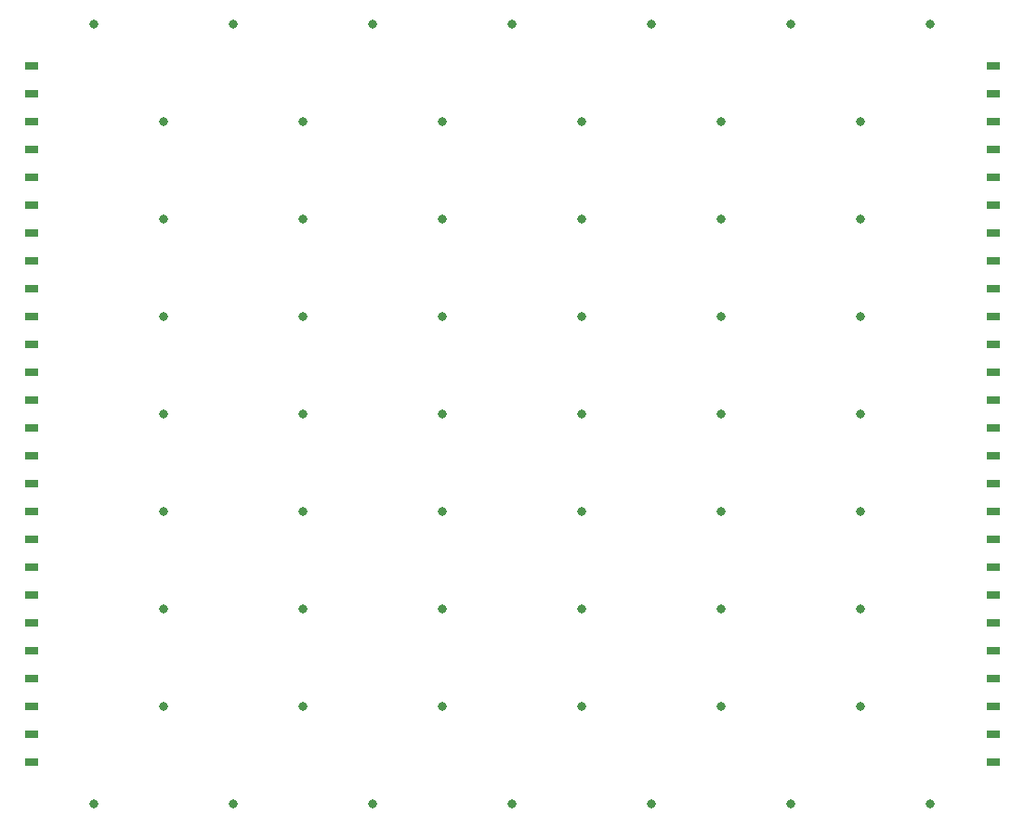
<source format=gtl>
G75*
%MOIN*%
%OFA0B0*%
%FSLAX25Y25*%
%IPPOS*%
%LPD*%
%AMOC8*
5,1,8,0,0,1.08239X$1,22.5*
%
%ADD10R,0.05000X0.02500*%
%ADD11C,0.03181*%
D10*
X0032500Y0030000D03*
X0032500Y0040000D03*
X0032500Y0050000D03*
X0032500Y0060000D03*
X0032500Y0070000D03*
X0032500Y0080000D03*
X0032500Y0090000D03*
X0032500Y0100000D03*
X0032500Y0110000D03*
X0032500Y0120000D03*
X0032500Y0130000D03*
X0032500Y0140000D03*
X0032500Y0150000D03*
X0032500Y0160000D03*
X0032500Y0170000D03*
X0032500Y0180000D03*
X0032500Y0190000D03*
X0032500Y0200000D03*
X0032500Y0210000D03*
X0032500Y0220000D03*
X0032500Y0230000D03*
X0032500Y0240000D03*
X0032500Y0250000D03*
X0032500Y0260000D03*
X0032500Y0270000D03*
X0032500Y0280000D03*
X0377500Y0280000D03*
X0377500Y0270000D03*
X0377500Y0260000D03*
X0377500Y0250000D03*
X0377500Y0240000D03*
X0377500Y0230000D03*
X0377500Y0220000D03*
X0377500Y0210000D03*
X0377500Y0200000D03*
X0377500Y0190000D03*
X0377500Y0180000D03*
X0377500Y0170000D03*
X0377500Y0160000D03*
X0377500Y0150000D03*
X0377500Y0140000D03*
X0377500Y0130000D03*
X0377500Y0120000D03*
X0377500Y0110000D03*
X0377500Y0100000D03*
X0377500Y0090000D03*
X0377500Y0080000D03*
X0377500Y0070000D03*
X0377500Y0060000D03*
X0377500Y0050000D03*
X0377500Y0040000D03*
X0377500Y0030000D03*
D11*
X0355000Y0015000D03*
X0330000Y0050000D03*
X0330000Y0085000D03*
X0330000Y0120000D03*
X0330000Y0155000D03*
X0330000Y0190000D03*
X0330000Y0225000D03*
X0330000Y0260000D03*
X0305000Y0295000D03*
X0280000Y0260000D03*
X0280000Y0225000D03*
X0280000Y0190000D03*
X0280000Y0155000D03*
X0280000Y0120000D03*
X0280000Y0085000D03*
X0280000Y0050000D03*
X0255000Y0015000D03*
X0230000Y0050000D03*
X0230000Y0085000D03*
X0230000Y0120000D03*
X0230000Y0155000D03*
X0230000Y0190000D03*
X0230000Y0225000D03*
X0230000Y0260000D03*
X0205000Y0295000D03*
X0180000Y0260000D03*
X0180000Y0225000D03*
X0180000Y0190000D03*
X0180000Y0155000D03*
X0180000Y0120000D03*
X0180000Y0085000D03*
X0180000Y0050000D03*
X0155000Y0015000D03*
X0130000Y0050000D03*
X0130000Y0085000D03*
X0130000Y0120000D03*
X0130000Y0155000D03*
X0130000Y0190000D03*
X0130000Y0225000D03*
X0130000Y0260000D03*
X0105000Y0295000D03*
X0080000Y0260000D03*
X0080000Y0225000D03*
X0080000Y0190000D03*
X0080000Y0155000D03*
X0080000Y0120000D03*
X0080000Y0085000D03*
X0080000Y0050000D03*
X0055000Y0015000D03*
X0105000Y0015000D03*
X0205000Y0015000D03*
X0305000Y0015000D03*
X0255000Y0295000D03*
X0155000Y0295000D03*
X0055000Y0295000D03*
X0355000Y0295000D03*
M02*

</source>
